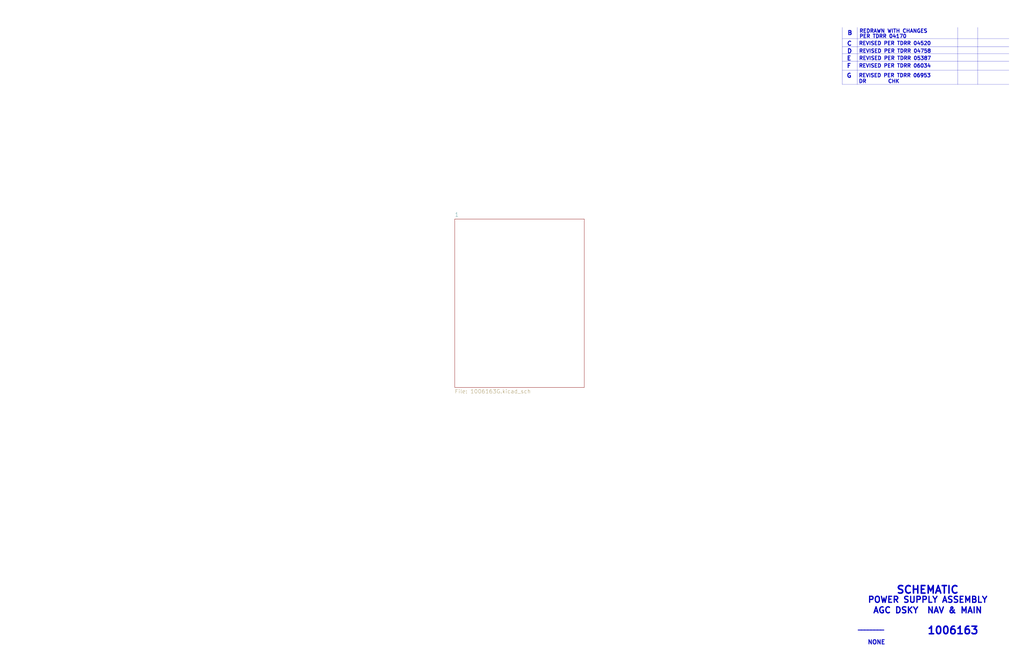
<source format=kicad_sch>
(kicad_sch (version 20211123) (generator eeschema)
  (paper "D")
  (lib_symbols)
  (polyline (pts (xy 710.311 71.247) (xy 850.9 71.247)) (stroke (width 0) (type solid)))
  (polyline (pts (xy 710.311 51.816) (xy 850.9 51.816)) (stroke (width 0) (type solid)))
  (polyline (pts (xy 710.311 59.309) (xy 850.9 59.309)) (stroke (width 0) (type solid)))
  (polyline (pts (xy 722.884 23.114) (xy 722.884 71.247)) (stroke (width 0) (type solid)))
  (polyline (pts (xy 807.72 23.114) (xy 807.72 71.247)) (stroke (width 0) (type solid)))
  (polyline (pts (xy 824.611 23.114) (xy 824.611 71.247)) (stroke (width 0) (type solid)))
  (polyline (pts (xy 710.311 39.497) (xy 850.9 39.497)) (stroke (width 0) (type solid)))
  (polyline (pts (xy 710.311 45.466) (xy 850.9 45.466)) (stroke (width 0) (type solid)))
  (polyline (pts (xy 710.311 23.114) (xy 710.311 71.247)) (stroke (width 0) (type solid)))
  (polyline (pts (xy 710.311 32.512) (xy 850.9 32.512)) (stroke (width 0) (type solid)))
  (text "AGC DSKY  NAV & MAIN" (at 735.965 518.16 0) (effects (font (size 5.08 5.08) (thickness 1.016) bold) (justify left bottom)))
  (text "REDRAWN WITH CHANGES" (at 724.535 28.067 0) (effects (font (size 3.048 3.048) (thickness 0.6096) bold) (justify left bottom)))
  (text "REVISED PER TDRR 06034" (at 724.154 57.404 0) (effects (font (size 3.048 3.048) (thickness 0.6096) bold) (justify left bottom)))
  (text "B" (at 714.502 29.972 0) (effects (font (size 3.556 3.556) (thickness 0.7112) bold) (justify left bottom)))
  (text "POWER SUPPLY ASSEMBLY" (at 731.52 509.27 0) (effects (font (size 5.08 5.08) (thickness 1.016) bold) (justify left bottom)))
  (text "REVISED PER TDRR 05387" (at 724.281 51.054 0) (effects (font (size 3.048 3.048) (thickness 0.6096) bold) (justify left bottom)))
  (text "________" (at 723.265 532.13 0) (effects (font (size 3.556 3.556) (thickness 0.7112) bold) (justify left bottom)))
  (text "NONE" (at 731.52 544.195 0) (effects (font (size 3.556 3.556) (thickness 0.7112) bold) (justify left bottom)))
  (text "REVISED PER TDRR 04758" (at 724.281 44.958 0) (effects (font (size 3.048 3.048) (thickness 0.6096) bold) (justify left bottom)))
  (text "D" (at 714.248 45.339 0) (effects (font (size 3.556 3.556) (thickness 0.7112) bold) (justify left bottom)))
  (text "1006163" (at 781.685 535.94 0) (effects (font (size 6.35 6.35) (thickness 1.27) bold) (justify left bottom)))
  (text "C" (at 714.121 38.989 0) (effects (font (size 3.556 3.556) (thickness 0.7112) bold) (justify left bottom)))
  (text "E" (at 713.994 51.435 0) (effects (font (size 3.556 3.556) (thickness 0.7112) bold) (justify left bottom)))
  (text "REVISED PER TDRR 06953\nDR        CHK" (at 724.027 70.485 0) (effects (font (size 3.048 3.048) (thickness 0.6096) bold) (justify left bottom)))
  (text "F" (at 713.994 57.785 0) (effects (font (size 3.556 3.556) (thickness 0.7112) bold) (justify left bottom)))
  (text "G" (at 713.867 66.04 0) (effects (font (size 3.556 3.556) (thickness 0.7112) bold) (justify left bottom)))
  (text "REVISED PER TDRR 04520" (at 724.154 38.481 0) (effects (font (size 3.048 3.048) (thickness 0.6096) bold) (justify left bottom)))
  (text "PER TDRR 04170" (at 724.535 32.512 0) (effects (font (size 3.048 3.048) (thickness 0.6096) bold) (justify left bottom)))
  (text "SCHEMATIC" (at 755.65 501.65 0) (effects (font (size 6.35 6.35) (thickness 1.27) bold) (justify left bottom)))
  (sheet (at 383.54 184.785) (size 109.22 142.24)
    (property "Sheet name" "1" (at 383.54 183.0574 0) (effects (font (size 3.302 3.302)) (justify left bottom)))
    (property "Sheet file" "1006163G.kicad_sch" (at 383.54 328.4224 0) (effects (font (size 3.302 3.302)) (justify left top)))
  )
)
</source>
